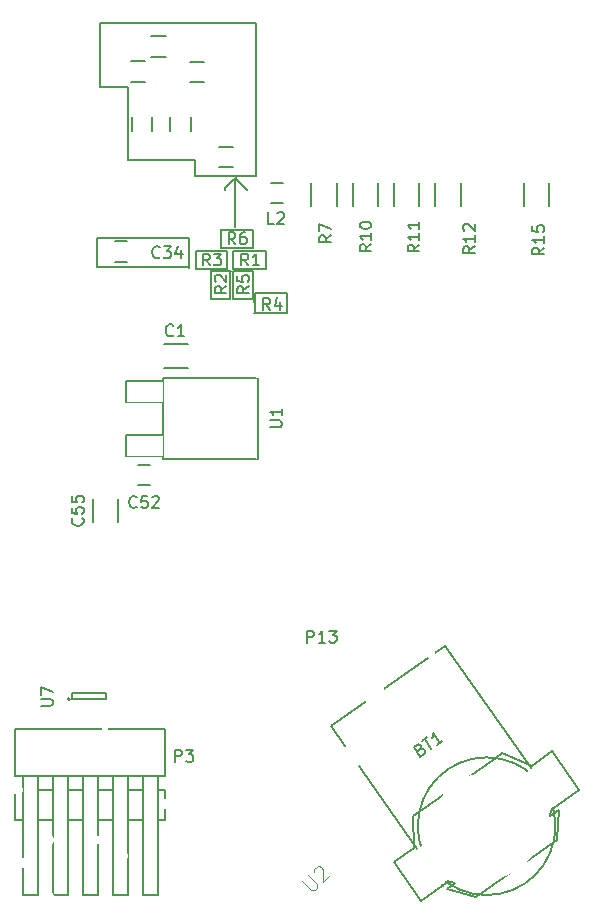
<source format=gto>
G04 #@! TF.FileFunction,Legend,Top*
%FSLAX46Y46*%
G04 Gerber Fmt 4.6, Leading zero omitted, Abs format (unit mm)*
G04 Created by KiCad (PCBNEW 4.0.2-4+6225~38~ubuntu14.04.1-stable) date Do 17 Mär 2016 15:21:08 CET*
%MOMM*%
G01*
G04 APERTURE LIST*
%ADD10C,0.150000*%
%ADD11C,0.200000*%
%ADD12C,0.088900*%
%ADD13C,1.700000*%
%ADD14C,4.000000*%
%ADD15C,3.649980*%
%ADD16R,1.501140X1.501140*%
%ADD17C,1.501140*%
%ADD18R,1.500000X1.300000*%
%ADD19R,1.300000X1.500000*%
%ADD20R,1.000000X1.250000*%
%ADD21R,1.500000X1.250000*%
%ADD22R,1.700000X0.900000*%
%ADD23R,3.048000X1.651000*%
%ADD24R,6.096000X6.096000*%
%ADD25R,1.050000X1.050000*%
%ADD26C,1.050000*%
%ADD27O,2.000000X3.014980*%
%ADD28O,3.014980X2.000000*%
%ADD29R,1.000000X1.600000*%
%ADD30R,1.600000X1.000000*%
%ADD31R,0.650000X1.060000*%
%ADD32R,1.270000X3.270000*%
%ADD33C,9.000000*%
%ADD34C,2.000000*%
%ADD35C,0.889000*%
%ADD36C,0.600000*%
G04 APERTURE END LIST*
D10*
D11*
X16078200Y-22110700D02*
X16078200Y-21983700D01*
X8293100Y-22110700D02*
X16078200Y-22110700D01*
X8293100Y-19646900D02*
X8293100Y-22110700D01*
X16052800Y-19646900D02*
X8293100Y-19646900D01*
X16052800Y-22174200D02*
X16052800Y-19646900D01*
X20015200Y-14427200D02*
X20015200Y-14605000D01*
X16560800Y-14427200D02*
X20015200Y-14427200D01*
X16560800Y-13081000D02*
X16560800Y-14427200D01*
X10922000Y-13081000D02*
X16560800Y-13081000D01*
X10922000Y-6883400D02*
X10922000Y-13081000D01*
X8509000Y-6883400D02*
X10922000Y-6883400D01*
X8509000Y-1498600D02*
X8509000Y-6883400D01*
X21742400Y-1498600D02*
X8509000Y-1498600D01*
X21742400Y-14452600D02*
X21742400Y-1498600D01*
X19989800Y-14452600D02*
X21742400Y-14452600D01*
X19126200Y-15392400D02*
X19126200Y-15621000D01*
X19888200Y-14630400D02*
X19126200Y-15392400D01*
X20980400Y-15570200D02*
X20980400Y-15621000D01*
X19989800Y-14579600D02*
X20980400Y-15570200D01*
X19989800Y-18694400D02*
X19989800Y-14579600D01*
X21666200Y-25984200D02*
X21615400Y-25984200D01*
X21666200Y-24333200D02*
X21666200Y-25984200D01*
X24409400Y-24333200D02*
X21666200Y-24333200D01*
X24409400Y-26035000D02*
X24409400Y-24333200D01*
X21615400Y-26035000D02*
X24409400Y-26035000D01*
X19329400Y-20751800D02*
X19329400Y-22250400D01*
X16687800Y-20751800D02*
X19329400Y-20751800D01*
X16687800Y-22326600D02*
X16687800Y-20751800D01*
X19202400Y-22326600D02*
X16687800Y-22326600D01*
X19659600Y-22479000D02*
X19100800Y-22479000D01*
X17932400Y-22479000D02*
X19659600Y-22479000D01*
X17907000Y-24841200D02*
X17907000Y-22352000D01*
X19583400Y-24841200D02*
X17907000Y-24841200D01*
X19583400Y-22453600D02*
X19583400Y-24841200D01*
X21539200Y-24841200D02*
X21539200Y-25044400D01*
X19837400Y-24841200D02*
X21539200Y-24841200D01*
X19837400Y-22453600D02*
X19837400Y-24841200D01*
X21513800Y-22453600D02*
X19837400Y-22453600D01*
X21513800Y-24866600D02*
X21513800Y-22453600D01*
X20243800Y-20777200D02*
X20243800Y-20726400D01*
X19812000Y-20777200D02*
X20243800Y-20777200D01*
X19812000Y-22275800D02*
X19812000Y-20777200D01*
X22631400Y-22275800D02*
X19812000Y-22275800D01*
X22631400Y-20777200D02*
X22631400Y-22275800D01*
X20243800Y-20777200D02*
X22631400Y-20777200D01*
X19405600Y-19024600D02*
X18872200Y-19024600D01*
X18821400Y-20472400D02*
X18821400Y-18897600D01*
X21513800Y-20472400D02*
X18821400Y-20472400D01*
X21513800Y-18999200D02*
X21513800Y-20472400D01*
X19405600Y-18999200D02*
X21513800Y-18999200D01*
D10*
X11150000Y-4675000D02*
X12350000Y-4675000D01*
X12350000Y-6425000D02*
X11150000Y-6425000D01*
X12975000Y-9450000D02*
X12975000Y-10650000D01*
X11225000Y-10650000D02*
X11225000Y-9450000D01*
X18600000Y-11925000D02*
X19800000Y-11925000D01*
X19800000Y-13675000D02*
X18600000Y-13675000D01*
X16225000Y-9450000D02*
X16225000Y-10650000D01*
X14475000Y-10650000D02*
X14475000Y-9450000D01*
X12900000Y-2575000D02*
X14100000Y-2575000D01*
X14100000Y-4325000D02*
X12900000Y-4325000D01*
X12750000Y-38900000D02*
X11750000Y-38900000D01*
X11750000Y-40600000D02*
X12750000Y-40600000D01*
X24034000Y-15009000D02*
X23034000Y-15009000D01*
X23034000Y-16709000D02*
X24034000Y-16709000D01*
X16150000Y-4725000D02*
X17350000Y-4725000D01*
X17350000Y-6475000D02*
X16150000Y-6475000D01*
X26425000Y-17000000D02*
X26425000Y-15000000D01*
X28575000Y-15000000D02*
X28575000Y-17000000D01*
X29925000Y-17000000D02*
X29925000Y-15000000D01*
X32075000Y-15000000D02*
X32075000Y-17000000D01*
X33425000Y-17000000D02*
X33425000Y-15000000D01*
X35575000Y-15000000D02*
X35575000Y-17000000D01*
X36925000Y-17000000D02*
X36925000Y-15000000D01*
X39075000Y-15000000D02*
X39075000Y-17000000D01*
X44425000Y-17000000D02*
X44425000Y-15000000D01*
X46575000Y-15000000D02*
X46575000Y-17000000D01*
X13882000Y-36369500D02*
X10707000Y-36369500D01*
X10707000Y-36369500D02*
X10707000Y-38147500D01*
X10707000Y-38147500D02*
X13882000Y-38147500D01*
X13882000Y-31797500D02*
X10707000Y-31797500D01*
X10707000Y-31797500D02*
X10707000Y-33575500D01*
X10707000Y-33575500D02*
X13882000Y-33575500D01*
X19978000Y-38401500D02*
X13882000Y-38401500D01*
X13882000Y-38401500D02*
X13882000Y-31543500D01*
X13882000Y-31543500D02*
X21756000Y-31543500D01*
X21883000Y-31543500D02*
X21883000Y-38401500D01*
X21756000Y-38401500D02*
X19978000Y-38401500D01*
X9826000Y-21662000D02*
X10826000Y-21662000D01*
X10826000Y-19962000D02*
X9826000Y-19962000D01*
X13961500Y-30663500D02*
X15961500Y-30663500D01*
X15961500Y-28613500D02*
X13961500Y-28613500D01*
X7975000Y-41750000D02*
X7975000Y-43750000D01*
X10025000Y-43750000D02*
X10025000Y-41750000D01*
X5996500Y-58720000D02*
G75*
G03X5996500Y-58720000I-100000J0D01*
G01*
X6146500Y-58170000D02*
X6146500Y-58670000D01*
X9046500Y-58170000D02*
X6146500Y-58170000D01*
X9046500Y-58670000D02*
X9046500Y-58170000D01*
X6146500Y-58670000D02*
X9046500Y-58670000D01*
X1985000Y-68950000D02*
X1350000Y-68950000D01*
X1985000Y-66375000D02*
X1350000Y-66375000D01*
X4525000Y-66375000D02*
X3255000Y-66375000D01*
X5795000Y-66375000D02*
X7065000Y-66375000D01*
X9605000Y-66375000D02*
X8335000Y-66375000D01*
X12145000Y-66375000D02*
X10875000Y-66375000D01*
X14050000Y-66375000D02*
X13415000Y-66375000D01*
X13450000Y-68950000D02*
X14050000Y-68950000D01*
X10875000Y-68950000D02*
X12145000Y-68950000D01*
X8335000Y-68950000D02*
X9605000Y-68950000D01*
X4525000Y-68950000D02*
X3255000Y-68950000D01*
X7065000Y-68950000D02*
X5795000Y-68950000D01*
X3255000Y-65200000D02*
X3255000Y-75265000D01*
X3255000Y-75265000D02*
X1985000Y-75265000D01*
X1985000Y-75265000D02*
X1985000Y-65200000D01*
X5795000Y-65200000D02*
X5795000Y-75265000D01*
X5795000Y-75265000D02*
X4525000Y-75265000D01*
X4525000Y-75265000D02*
X4525000Y-65200000D01*
X8335000Y-65200000D02*
X8335000Y-75265000D01*
X8335000Y-75265000D02*
X7065000Y-75265000D01*
X7065000Y-75265000D02*
X7065000Y-65200000D01*
X10875000Y-65200000D02*
X10875000Y-75265000D01*
X10875000Y-75265000D02*
X9605000Y-75265000D01*
X9605000Y-75265000D02*
X9605000Y-65200000D01*
X13415000Y-75265000D02*
X13415000Y-65200000D01*
X13415000Y-75265000D02*
X12145000Y-75265000D01*
X12145000Y-75265000D02*
X12145000Y-65200000D01*
X1350000Y-68950000D02*
X1350000Y-66450000D01*
X14050000Y-66450000D02*
X14050000Y-68950000D01*
X14050000Y-63200000D02*
X14050000Y-65200000D01*
X14050000Y-65200000D02*
X1350000Y-65200000D01*
X1350000Y-65200000D02*
X1350000Y-61200000D01*
X1350000Y-61200000D02*
X14050000Y-61200000D01*
X14050000Y-61200000D02*
X14050000Y-63200000D01*
X37589156Y-74491405D02*
X28125145Y-60975396D01*
X28125145Y-60975396D02*
X37791139Y-54207194D01*
X37791139Y-54207194D02*
X46107997Y-66084899D01*
X46107997Y-66084899D02*
X46026082Y-66142257D01*
X47105952Y-69469000D02*
G75*
G03X47105952Y-69469000I-5830952J0D01*
G01*
X42085230Y-63652340D02*
X42576721Y-63308195D01*
X42576721Y-63308195D02*
X45124675Y-64331880D01*
X35040522Y-68585098D02*
X35131020Y-71329512D01*
X35532013Y-68240952D02*
X35040522Y-68585098D01*
X40358298Y-75482290D02*
X47239175Y-70664248D01*
X47239175Y-70664248D02*
X47402665Y-68108222D01*
X47402665Y-68108222D02*
X46665428Y-68624440D01*
X46665428Y-68624440D02*
X46763659Y-68067349D01*
X40358298Y-75482290D02*
X37900502Y-74761708D01*
X37900502Y-74761708D02*
X38637738Y-74245489D01*
X38637738Y-74245489D02*
X37941374Y-74122702D01*
X35131020Y-71329512D02*
X33410800Y-72534023D01*
X45124675Y-64331880D02*
X46844894Y-63127369D01*
X35532013Y-68240952D02*
X42085230Y-63652340D01*
X33410800Y-72534023D02*
X35705106Y-75810631D01*
X35705106Y-75810631D02*
X38080647Y-74147259D01*
X46844894Y-63127369D02*
X49139200Y-66403977D01*
X49139200Y-66403977D02*
X46763659Y-68067349D01*
X26090714Y-53919381D02*
X26090714Y-52919381D01*
X26471667Y-52919381D01*
X26566905Y-52967000D01*
X26614524Y-53014619D01*
X26662143Y-53109857D01*
X26662143Y-53252714D01*
X26614524Y-53347952D01*
X26566905Y-53395571D01*
X26471667Y-53443190D01*
X26090714Y-53443190D01*
X27614524Y-53919381D02*
X27043095Y-53919381D01*
X27328809Y-53919381D02*
X27328809Y-52919381D01*
X27233571Y-53062238D01*
X27138333Y-53157476D01*
X27043095Y-53205095D01*
X27947857Y-52919381D02*
X28566905Y-52919381D01*
X28233571Y-53300333D01*
X28376429Y-53300333D01*
X28471667Y-53347952D01*
X28519286Y-53395571D01*
X28566905Y-53490810D01*
X28566905Y-53728905D01*
X28519286Y-53824143D01*
X28471667Y-53871762D01*
X28376429Y-53919381D01*
X28090714Y-53919381D01*
X27995476Y-53871762D01*
X27947857Y-53824143D01*
X17841934Y-21991581D02*
X17508600Y-21515390D01*
X17270505Y-21991581D02*
X17270505Y-20991581D01*
X17651458Y-20991581D01*
X17746696Y-21039200D01*
X17794315Y-21086819D01*
X17841934Y-21182057D01*
X17841934Y-21324914D01*
X17794315Y-21420152D01*
X17746696Y-21467771D01*
X17651458Y-21515390D01*
X17270505Y-21515390D01*
X18175267Y-20991581D02*
X18794315Y-20991581D01*
X18460981Y-21372533D01*
X18603839Y-21372533D01*
X18699077Y-21420152D01*
X18746696Y-21467771D01*
X18794315Y-21563010D01*
X18794315Y-21801105D01*
X18746696Y-21896343D01*
X18699077Y-21943962D01*
X18603839Y-21991581D01*
X18318124Y-21991581D01*
X18222886Y-21943962D01*
X18175267Y-21896343D01*
D12*
X25671814Y-74131834D02*
X26398787Y-74858807D01*
X26527076Y-74901570D01*
X26612603Y-74901571D01*
X26740893Y-74858807D01*
X26911944Y-74687755D01*
X26954708Y-74559465D01*
X26954707Y-74473939D01*
X26911944Y-74345650D01*
X26184972Y-73618677D01*
X26655366Y-73319335D02*
X26655366Y-73233809D01*
X26698129Y-73105520D01*
X26911944Y-72891704D01*
X27040234Y-72848940D01*
X27125760Y-72848940D01*
X27254050Y-72891704D01*
X27339576Y-72977230D01*
X27425102Y-73148283D01*
X27425102Y-74174597D01*
X27981023Y-73618677D01*
D10*
X19248381Y-23737866D02*
X18772190Y-24071200D01*
X19248381Y-24309295D02*
X18248381Y-24309295D01*
X18248381Y-23928342D01*
X18296000Y-23833104D01*
X18343619Y-23785485D01*
X18438857Y-23737866D01*
X18581714Y-23737866D01*
X18676952Y-23785485D01*
X18724571Y-23833104D01*
X18772190Y-23928342D01*
X18772190Y-24309295D01*
X18343619Y-23356914D02*
X18296000Y-23309295D01*
X18248381Y-23214057D01*
X18248381Y-22975961D01*
X18296000Y-22880723D01*
X18343619Y-22833104D01*
X18438857Y-22785485D01*
X18534095Y-22785485D01*
X18676952Y-22833104D01*
X19248381Y-23404533D01*
X19248381Y-22785485D01*
X22947334Y-25750781D02*
X22614000Y-25274590D01*
X22375905Y-25750781D02*
X22375905Y-24750781D01*
X22756858Y-24750781D01*
X22852096Y-24798400D01*
X22899715Y-24846019D01*
X22947334Y-24941257D01*
X22947334Y-25084114D01*
X22899715Y-25179352D01*
X22852096Y-25226971D01*
X22756858Y-25274590D01*
X22375905Y-25274590D01*
X23804477Y-25084114D02*
X23804477Y-25750781D01*
X23566381Y-24703162D02*
X23328286Y-25417448D01*
X23947334Y-25417448D01*
X21153381Y-23763266D02*
X20677190Y-24096600D01*
X21153381Y-24334695D02*
X20153381Y-24334695D01*
X20153381Y-23953742D01*
X20201000Y-23858504D01*
X20248619Y-23810885D01*
X20343857Y-23763266D01*
X20486714Y-23763266D01*
X20581952Y-23810885D01*
X20629571Y-23858504D01*
X20677190Y-23953742D01*
X20677190Y-24334695D01*
X20153381Y-22858504D02*
X20153381Y-23334695D01*
X20629571Y-23382314D01*
X20581952Y-23334695D01*
X20534333Y-23239457D01*
X20534333Y-23001361D01*
X20581952Y-22906123D01*
X20629571Y-22858504D01*
X20724810Y-22810885D01*
X20962905Y-22810885D01*
X21058143Y-22858504D01*
X21105762Y-22906123D01*
X21153381Y-23001361D01*
X21153381Y-23239457D01*
X21105762Y-23334695D01*
X21058143Y-23382314D01*
X20000934Y-20188181D02*
X19667600Y-19711990D01*
X19429505Y-20188181D02*
X19429505Y-19188181D01*
X19810458Y-19188181D01*
X19905696Y-19235800D01*
X19953315Y-19283419D01*
X20000934Y-19378657D01*
X20000934Y-19521514D01*
X19953315Y-19616752D01*
X19905696Y-19664371D01*
X19810458Y-19711990D01*
X19429505Y-19711990D01*
X20858077Y-19188181D02*
X20667600Y-19188181D01*
X20572362Y-19235800D01*
X20524743Y-19283419D01*
X20429505Y-19426276D01*
X20381886Y-19616752D01*
X20381886Y-19997705D01*
X20429505Y-20092943D01*
X20477124Y-20140562D01*
X20572362Y-20188181D01*
X20762839Y-20188181D01*
X20858077Y-20140562D01*
X20905696Y-20092943D01*
X20953315Y-19997705D01*
X20953315Y-19759610D01*
X20905696Y-19664371D01*
X20858077Y-19616752D01*
X20762839Y-19569133D01*
X20572362Y-19569133D01*
X20477124Y-19616752D01*
X20429505Y-19664371D01*
X20381886Y-19759610D01*
X11638043Y-42419543D02*
X11590424Y-42467162D01*
X11447567Y-42514781D01*
X11352329Y-42514781D01*
X11209471Y-42467162D01*
X11114233Y-42371924D01*
X11066614Y-42276686D01*
X11018995Y-42086210D01*
X11018995Y-41943352D01*
X11066614Y-41752876D01*
X11114233Y-41657638D01*
X11209471Y-41562400D01*
X11352329Y-41514781D01*
X11447567Y-41514781D01*
X11590424Y-41562400D01*
X11638043Y-41610019D01*
X12542805Y-41514781D02*
X12066614Y-41514781D01*
X12018995Y-41990971D01*
X12066614Y-41943352D01*
X12161852Y-41895733D01*
X12399948Y-41895733D01*
X12495186Y-41943352D01*
X12542805Y-41990971D01*
X12590424Y-42086210D01*
X12590424Y-42324305D01*
X12542805Y-42419543D01*
X12495186Y-42467162D01*
X12399948Y-42514781D01*
X12161852Y-42514781D01*
X12066614Y-42467162D01*
X12018995Y-42419543D01*
X12971376Y-41610019D02*
X13018995Y-41562400D01*
X13114233Y-41514781D01*
X13352329Y-41514781D01*
X13447567Y-41562400D01*
X13495186Y-41610019D01*
X13542805Y-41705257D01*
X13542805Y-41800495D01*
X13495186Y-41943352D01*
X12923757Y-42514781D01*
X13542805Y-42514781D01*
X23277534Y-18460981D02*
X22801343Y-18460981D01*
X22801343Y-17460981D01*
X23563248Y-17556219D02*
X23610867Y-17508600D01*
X23706105Y-17460981D01*
X23944201Y-17460981D01*
X24039439Y-17508600D01*
X24087058Y-17556219D01*
X24134677Y-17651457D01*
X24134677Y-17746695D01*
X24087058Y-17889552D01*
X23515629Y-18460981D01*
X24134677Y-18460981D01*
X21093134Y-21991581D02*
X20759800Y-21515390D01*
X20521705Y-21991581D02*
X20521705Y-20991581D01*
X20902658Y-20991581D01*
X20997896Y-21039200D01*
X21045515Y-21086819D01*
X21093134Y-21182057D01*
X21093134Y-21324914D01*
X21045515Y-21420152D01*
X20997896Y-21467771D01*
X20902658Y-21515390D01*
X20521705Y-21515390D01*
X22045515Y-21991581D02*
X21474086Y-21991581D01*
X21759800Y-21991581D02*
X21759800Y-20991581D01*
X21664562Y-21134438D01*
X21569324Y-21229676D01*
X21474086Y-21277295D01*
X28112981Y-19445266D02*
X27636790Y-19778600D01*
X28112981Y-20016695D02*
X27112981Y-20016695D01*
X27112981Y-19635742D01*
X27160600Y-19540504D01*
X27208219Y-19492885D01*
X27303457Y-19445266D01*
X27446314Y-19445266D01*
X27541552Y-19492885D01*
X27589171Y-19540504D01*
X27636790Y-19635742D01*
X27636790Y-20016695D01*
X27112981Y-19111933D02*
X27112981Y-18445266D01*
X28112981Y-18873838D01*
X31516581Y-20200857D02*
X31040390Y-20534191D01*
X31516581Y-20772286D02*
X30516581Y-20772286D01*
X30516581Y-20391333D01*
X30564200Y-20296095D01*
X30611819Y-20248476D01*
X30707057Y-20200857D01*
X30849914Y-20200857D01*
X30945152Y-20248476D01*
X30992771Y-20296095D01*
X31040390Y-20391333D01*
X31040390Y-20772286D01*
X31516581Y-19248476D02*
X31516581Y-19819905D01*
X31516581Y-19534191D02*
X30516581Y-19534191D01*
X30659438Y-19629429D01*
X30754676Y-19724667D01*
X30802295Y-19819905D01*
X30516581Y-18629429D02*
X30516581Y-18534190D01*
X30564200Y-18438952D01*
X30611819Y-18391333D01*
X30707057Y-18343714D01*
X30897533Y-18296095D01*
X31135629Y-18296095D01*
X31326105Y-18343714D01*
X31421343Y-18391333D01*
X31468962Y-18438952D01*
X31516581Y-18534190D01*
X31516581Y-18629429D01*
X31468962Y-18724667D01*
X31421343Y-18772286D01*
X31326105Y-18819905D01*
X31135629Y-18867524D01*
X30897533Y-18867524D01*
X30707057Y-18819905D01*
X30611819Y-18772286D01*
X30564200Y-18724667D01*
X30516581Y-18629429D01*
X35580581Y-20226257D02*
X35104390Y-20559591D01*
X35580581Y-20797686D02*
X34580581Y-20797686D01*
X34580581Y-20416733D01*
X34628200Y-20321495D01*
X34675819Y-20273876D01*
X34771057Y-20226257D01*
X34913914Y-20226257D01*
X35009152Y-20273876D01*
X35056771Y-20321495D01*
X35104390Y-20416733D01*
X35104390Y-20797686D01*
X35580581Y-19273876D02*
X35580581Y-19845305D01*
X35580581Y-19559591D02*
X34580581Y-19559591D01*
X34723438Y-19654829D01*
X34818676Y-19750067D01*
X34866295Y-19845305D01*
X35580581Y-18321495D02*
X35580581Y-18892924D01*
X35580581Y-18607210D02*
X34580581Y-18607210D01*
X34723438Y-18702448D01*
X34818676Y-18797686D01*
X34866295Y-18892924D01*
X40279581Y-20378657D02*
X39803390Y-20711991D01*
X40279581Y-20950086D02*
X39279581Y-20950086D01*
X39279581Y-20569133D01*
X39327200Y-20473895D01*
X39374819Y-20426276D01*
X39470057Y-20378657D01*
X39612914Y-20378657D01*
X39708152Y-20426276D01*
X39755771Y-20473895D01*
X39803390Y-20569133D01*
X39803390Y-20950086D01*
X40279581Y-19426276D02*
X40279581Y-19997705D01*
X40279581Y-19711991D02*
X39279581Y-19711991D01*
X39422438Y-19807229D01*
X39517676Y-19902467D01*
X39565295Y-19997705D01*
X39374819Y-19045324D02*
X39327200Y-18997705D01*
X39279581Y-18902467D01*
X39279581Y-18664371D01*
X39327200Y-18569133D01*
X39374819Y-18521514D01*
X39470057Y-18473895D01*
X39565295Y-18473895D01*
X39708152Y-18521514D01*
X40279581Y-19092943D01*
X40279581Y-18473895D01*
X46146981Y-20480257D02*
X45670790Y-20813591D01*
X46146981Y-21051686D02*
X45146981Y-21051686D01*
X45146981Y-20670733D01*
X45194600Y-20575495D01*
X45242219Y-20527876D01*
X45337457Y-20480257D01*
X45480314Y-20480257D01*
X45575552Y-20527876D01*
X45623171Y-20575495D01*
X45670790Y-20670733D01*
X45670790Y-21051686D01*
X46146981Y-19527876D02*
X46146981Y-20099305D01*
X46146981Y-19813591D02*
X45146981Y-19813591D01*
X45289838Y-19908829D01*
X45385076Y-20004067D01*
X45432695Y-20099305D01*
X45146981Y-18623114D02*
X45146981Y-19099305D01*
X45623171Y-19146924D01*
X45575552Y-19099305D01*
X45527933Y-19004067D01*
X45527933Y-18765971D01*
X45575552Y-18670733D01*
X45623171Y-18623114D01*
X45718410Y-18575495D01*
X45956505Y-18575495D01*
X46051743Y-18623114D01*
X46099362Y-18670733D01*
X46146981Y-18765971D01*
X46146981Y-19004067D01*
X46099362Y-19099305D01*
X46051743Y-19146924D01*
X22921981Y-35686905D02*
X23731505Y-35686905D01*
X23826743Y-35639286D01*
X23874362Y-35591667D01*
X23921981Y-35496429D01*
X23921981Y-35305952D01*
X23874362Y-35210714D01*
X23826743Y-35163095D01*
X23731505Y-35115476D01*
X22921981Y-35115476D01*
X23921981Y-34115476D02*
X23921981Y-34686905D01*
X23921981Y-34401191D02*
X22921981Y-34401191D01*
X23064838Y-34496429D01*
X23160076Y-34591667D01*
X23207695Y-34686905D01*
X13593843Y-21274043D02*
X13546224Y-21321662D01*
X13403367Y-21369281D01*
X13308129Y-21369281D01*
X13165271Y-21321662D01*
X13070033Y-21226424D01*
X13022414Y-21131186D01*
X12974795Y-20940710D01*
X12974795Y-20797852D01*
X13022414Y-20607376D01*
X13070033Y-20512138D01*
X13165271Y-20416900D01*
X13308129Y-20369281D01*
X13403367Y-20369281D01*
X13546224Y-20416900D01*
X13593843Y-20464519D01*
X13927176Y-20369281D02*
X14546224Y-20369281D01*
X14212890Y-20750233D01*
X14355748Y-20750233D01*
X14450986Y-20797852D01*
X14498605Y-20845471D01*
X14546224Y-20940710D01*
X14546224Y-21178805D01*
X14498605Y-21274043D01*
X14450986Y-21321662D01*
X14355748Y-21369281D01*
X14070033Y-21369281D01*
X13974795Y-21321662D01*
X13927176Y-21274043D01*
X15403367Y-20702614D02*
X15403367Y-21369281D01*
X15165271Y-20321662D02*
X14927176Y-21035948D01*
X15546224Y-21035948D01*
X14743134Y-27890743D02*
X14695515Y-27938362D01*
X14552658Y-27985981D01*
X14457420Y-27985981D01*
X14314562Y-27938362D01*
X14219324Y-27843124D01*
X14171705Y-27747886D01*
X14124086Y-27557410D01*
X14124086Y-27414552D01*
X14171705Y-27224076D01*
X14219324Y-27128838D01*
X14314562Y-27033600D01*
X14457420Y-26985981D01*
X14552658Y-26985981D01*
X14695515Y-27033600D01*
X14743134Y-27081219D01*
X15695515Y-27985981D02*
X15124086Y-27985981D01*
X15409800Y-27985981D02*
X15409800Y-26985981D01*
X15314562Y-27128838D01*
X15219324Y-27224076D01*
X15124086Y-27271695D01*
X7057143Y-43392857D02*
X7104762Y-43440476D01*
X7152381Y-43583333D01*
X7152381Y-43678571D01*
X7104762Y-43821429D01*
X7009524Y-43916667D01*
X6914286Y-43964286D01*
X6723810Y-44011905D01*
X6580952Y-44011905D01*
X6390476Y-43964286D01*
X6295238Y-43916667D01*
X6200000Y-43821429D01*
X6152381Y-43678571D01*
X6152381Y-43583333D01*
X6200000Y-43440476D01*
X6247619Y-43392857D01*
X6152381Y-42488095D02*
X6152381Y-42964286D01*
X6628571Y-43011905D01*
X6580952Y-42964286D01*
X6533333Y-42869048D01*
X6533333Y-42630952D01*
X6580952Y-42535714D01*
X6628571Y-42488095D01*
X6723810Y-42440476D01*
X6961905Y-42440476D01*
X7057143Y-42488095D01*
X7104762Y-42535714D01*
X7152381Y-42630952D01*
X7152381Y-42869048D01*
X7104762Y-42964286D01*
X7057143Y-43011905D01*
X6152381Y-41535714D02*
X6152381Y-42011905D01*
X6628571Y-42059524D01*
X6580952Y-42011905D01*
X6533333Y-41916667D01*
X6533333Y-41678571D01*
X6580952Y-41583333D01*
X6628571Y-41535714D01*
X6723810Y-41488095D01*
X6961905Y-41488095D01*
X7057143Y-41535714D01*
X7104762Y-41583333D01*
X7152381Y-41678571D01*
X7152381Y-41916667D01*
X7104762Y-42011905D01*
X7057143Y-42059524D01*
X3541781Y-59283505D02*
X4351305Y-59283505D01*
X4446543Y-59235886D01*
X4494162Y-59188267D01*
X4541781Y-59093029D01*
X4541781Y-58902552D01*
X4494162Y-58807314D01*
X4446543Y-58759695D01*
X4351305Y-58712076D01*
X3541781Y-58712076D01*
X3541781Y-58331124D02*
X3541781Y-57664457D01*
X4541781Y-58093029D01*
X14908305Y-64003181D02*
X14908305Y-63003181D01*
X15289258Y-63003181D01*
X15384496Y-63050800D01*
X15432115Y-63098419D01*
X15479734Y-63193657D01*
X15479734Y-63336514D01*
X15432115Y-63431752D01*
X15384496Y-63479371D01*
X15289258Y-63526990D01*
X14908305Y-63526990D01*
X15813067Y-63003181D02*
X16432115Y-63003181D01*
X16098781Y-63384133D01*
X16241639Y-63384133D01*
X16336877Y-63431752D01*
X16384496Y-63479371D01*
X16432115Y-63574610D01*
X16432115Y-63812705D01*
X16384496Y-63907943D01*
X16336877Y-63955562D01*
X16241639Y-64003181D01*
X15955924Y-64003181D01*
X15860686Y-63955562D01*
X15813067Y-63907943D01*
X35637411Y-62952356D02*
X35781746Y-62909424D01*
X35848066Y-62921119D01*
X35941700Y-62971820D01*
X36023639Y-63088841D01*
X36039258Y-63194169D01*
X36027564Y-63260489D01*
X35976863Y-63354123D01*
X35664805Y-63572628D01*
X35091228Y-62753476D01*
X35364279Y-62562284D01*
X35469607Y-62546665D01*
X35535927Y-62558359D01*
X35629561Y-62609060D01*
X35684187Y-62687074D01*
X35699806Y-62792402D01*
X35688112Y-62858722D01*
X35637411Y-62952356D01*
X35364360Y-63143548D01*
X35793359Y-62261839D02*
X36261446Y-61934081D01*
X36600978Y-62917113D02*
X36027402Y-62097960D01*
X37537153Y-62261596D02*
X37069066Y-62589354D01*
X37303109Y-62425476D02*
X36729532Y-61606323D01*
X36733457Y-61777971D01*
X36710069Y-61910612D01*
X36659368Y-62004245D01*
%LPC*%
D13*
X39160000Y-87100000D03*
X36620000Y-87100000D03*
X34080000Y-87100000D03*
X31540000Y-87100000D03*
X29000000Y-87100000D03*
X26460000Y-87100000D03*
X23920000Y-87100000D03*
X21380000Y-87100000D03*
D14*
X46050000Y-86100000D03*
X11950000Y-86100000D03*
X46050000Y-24900000D03*
X11950000Y-24900000D03*
D13*
X18840000Y-87100000D03*
D15*
X19438520Y-9000000D03*
X7569100Y-9000000D03*
D16*
X9055000Y-15350000D03*
D17*
X10325000Y-17890000D03*
X11595000Y-15350000D03*
X12865000Y-17890000D03*
X14135000Y-15350000D03*
X15405000Y-17890000D03*
X16675000Y-15350000D03*
X17945000Y-17890000D03*
D18*
X13100000Y-5550000D03*
X10400000Y-5550000D03*
D19*
X12100000Y-11400000D03*
X12100000Y-8700000D03*
D18*
X20550000Y-12800000D03*
X17850000Y-12800000D03*
D19*
X15350000Y-11400000D03*
X15350000Y-8700000D03*
D18*
X14850000Y-3450000D03*
X12150000Y-3450000D03*
D20*
X11250000Y-39750000D03*
X13250000Y-39750000D03*
D21*
X22284000Y-15859000D03*
X24784000Y-15859000D03*
D18*
X18100000Y-5600000D03*
X15400000Y-5600000D03*
D22*
X27500000Y-14550000D03*
X27500000Y-17450000D03*
X31000000Y-14550000D03*
X31000000Y-17450000D03*
X34500000Y-14550000D03*
X34500000Y-17450000D03*
X38000000Y-14550000D03*
X38000000Y-17450000D03*
X45500000Y-14550000D03*
X45500000Y-17450000D03*
D23*
X12358000Y-32686500D03*
D24*
X18708000Y-34972500D03*
D23*
X12358000Y-37258500D03*
D25*
X24232500Y-55927500D03*
D26*
X25502500Y-55927500D03*
X26772500Y-55927500D03*
X28042500Y-55927500D03*
X29312500Y-55927500D03*
X25502500Y-57197500D03*
X26772500Y-57197500D03*
X28042500Y-57197500D03*
X29312500Y-57197500D03*
X24232500Y-57197500D03*
D27*
X38000000Y-4500000D03*
X34500000Y-4500000D03*
X31000000Y-4500000D03*
X27500000Y-4500000D03*
X24000000Y-4500000D03*
X38000000Y-11500000D03*
X34500000Y-11500000D03*
X31000000Y-11500000D03*
X24000000Y-11500000D03*
X27500000Y-11500000D03*
D28*
X51600000Y-80950000D03*
X51600000Y-77450000D03*
X44600000Y-77450000D03*
X44600000Y-80950000D03*
D27*
X45250000Y-4500000D03*
X41750000Y-4500000D03*
X41750000Y-11500000D03*
X45250000Y-11500000D03*
X52500000Y-4500000D03*
X49000000Y-4500000D03*
X49000000Y-11500000D03*
X52500000Y-11500000D03*
D28*
X44700000Y-60550000D03*
X51700000Y-60550000D03*
X51700000Y-57050000D03*
X44700000Y-57050000D03*
X51700000Y-29050000D03*
X44700000Y-29050000D03*
X51700000Y-53550000D03*
X44700000Y-53550000D03*
X51700000Y-50050000D03*
X44700000Y-50050000D03*
X51700000Y-46550000D03*
X51700000Y-43050000D03*
X51700000Y-39550000D03*
X51700000Y-36050000D03*
X51700000Y-32550000D03*
X44700000Y-46550000D03*
X44700000Y-43050000D03*
X44700000Y-39550000D03*
X44700000Y-32550000D03*
X44700000Y-36050000D03*
D20*
X11326000Y-20812000D03*
X9326000Y-20812000D03*
D29*
X16461500Y-29638500D03*
X13461500Y-29638500D03*
D30*
X9000000Y-44250000D03*
X9000000Y-41250000D03*
D31*
X6646500Y-59520000D03*
X7596500Y-59520000D03*
X8546500Y-59520000D03*
X8546500Y-57320000D03*
X6646500Y-57320000D03*
D32*
X2620000Y-63200000D03*
X5160000Y-63200000D03*
X7700000Y-63200000D03*
X10240000Y-63200000D03*
X12780000Y-63200000D03*
D10*
G36*
X35713264Y-75560764D02*
X33648389Y-72611816D01*
X36023930Y-70948444D01*
X38088805Y-73897392D01*
X35713264Y-75560764D01*
X35713264Y-75560764D01*
G37*
D33*
X41275000Y-69469000D03*
D10*
G36*
X46526070Y-67989556D02*
X44461195Y-65040608D01*
X46836736Y-63377236D01*
X48901611Y-66326184D01*
X46526070Y-67989556D01*
X46526070Y-67989556D01*
G37*
D34*
X31662000Y-58086500D03*
X29820500Y-63611000D03*
X41100000Y-56200000D03*
X34036000Y-54686200D03*
X19241400Y-54594000D03*
X19165200Y-50174400D03*
D35*
X8250000Y-38000000D03*
X8250000Y-39000000D03*
X8250000Y-40000000D03*
X9500000Y-39000000D03*
X9500000Y-40000000D03*
X9500000Y-38000000D03*
D34*
X10376800Y-82229200D03*
X15914000Y-75676000D03*
D35*
X23216500Y-65135000D03*
X23216500Y-66659000D03*
D36*
X20387843Y-71450343D03*
X21375000Y-72628000D03*
X21502000Y-76311000D03*
X22899000Y-78089000D03*
X26963000Y-77581000D03*
X25312000Y-79359000D03*
X28487000Y-76057000D03*
X30138000Y-74533000D03*
X31916000Y-72628000D03*
X31789000Y-70596000D03*
X29630000Y-68437000D03*
X28614000Y-68183000D03*
X26328000Y-70342000D03*
X25185000Y-70977000D03*
X23407000Y-69326000D03*
X21883000Y-69326000D03*
X25058000Y-78597000D03*
X28106000Y-69199000D03*
D35*
X36107000Y-83804000D03*
X33426400Y-81026000D03*
X27500000Y-16200000D03*
X38000000Y-19250000D03*
X25857200Y-9499600D03*
X54203600Y-27305000D03*
X54127400Y-37922200D03*
X54025800Y-51816000D03*
X5500000Y-24250000D03*
X1778000Y-24434800D03*
X1574800Y-66421000D03*
X1625600Y-52476400D03*
X43357800Y-18262600D03*
X47244000Y-9144000D03*
X54000000Y-14000000D03*
X47421800Y-15773400D03*
X39827200Y-9499600D03*
X41783000Y-16662400D03*
X36474400Y-54762400D03*
X36626800Y-42951400D03*
X41706800Y-79781400D03*
X41084500Y-76263500D03*
X9906000Y-89001600D03*
X53949600Y-90551000D03*
X53873400Y-87045800D03*
X9900000Y-77050000D03*
X10500000Y-72000000D03*
X4200000Y-70600000D03*
X4231000Y-75488800D03*
X1950000Y-72600000D03*
X6700000Y-34500000D03*
X2200000Y-39000000D03*
X37500000Y-26500000D03*
X47854500Y-21764500D03*
X44000000Y-22000000D03*
X51000000Y-66500000D03*
X2159000Y-90424000D03*
X6731000Y-77089000D03*
X17500000Y-64500000D03*
X17500000Y-89000000D03*
X6500000Y-83500000D03*
X5500000Y-87000000D03*
X5422900Y-47231300D03*
X4053200Y-40563800D03*
X5323200Y-43815000D03*
X14961500Y-57007000D03*
X17438000Y-68818000D03*
X15000000Y-65000000D03*
X30849200Y-76184000D03*
X20638400Y-80375000D03*
X14923400Y-73948800D03*
X34750000Y-33750000D03*
X29250000Y-41250000D03*
X28000000Y-66250000D03*
X28000000Y-22750000D03*
X23750000Y-20750000D03*
X19500000Y-40500000D03*
X18250000Y-31000000D03*
X19750000Y-29500000D03*
X18250000Y-29500000D03*
X12548500Y-43989500D03*
X16104500Y-42084500D03*
X22327500Y-56816500D03*
X33948000Y-20939000D03*
X35599000Y-22590000D03*
X24750000Y-34250000D03*
X25750000Y-41000000D03*
X16000000Y-45500000D03*
X17750000Y-47250000D03*
X31500000Y-47750000D03*
X28000000Y-48000000D03*
X40679000Y-60182000D03*
X23661000Y-63611000D03*
X30265000Y-66913000D03*
X19851000Y-76311000D03*
X19748500Y-73025000D03*
X52426500Y-21383500D03*
X34964000Y-37576000D03*
X38520000Y-39354000D03*
X24550000Y-36560000D03*
X28614000Y-30464000D03*
X26836000Y-31988000D03*
X32932000Y-22844000D03*
X13882000Y-60182000D03*
X8100000Y-70600000D03*
X23534000Y-26654000D03*
X25820000Y-27416000D03*
X14136000Y-67548000D03*
D36*
X17133200Y-72983600D03*
X15710800Y-72983600D03*
D35*
X11850000Y-29702000D03*
X11850000Y-28432000D03*
X10580000Y-29702000D03*
X9310000Y-28432000D03*
X9310000Y-29702000D03*
X10580000Y-28432000D03*
X7532000Y-19796000D03*
X5000000Y-22000000D03*
X7250000Y-12750000D03*
X5250000Y-2250000D03*
X20250000Y-2500000D03*
X18000000Y-4000000D03*
X17500000Y-26900000D03*
D36*
X9501500Y-56578500D03*
X8358500Y-55943500D03*
D35*
X50990500Y-69913500D03*
D36*
X8955400Y-61341000D03*
X7533000Y-54864000D03*
M02*

</source>
